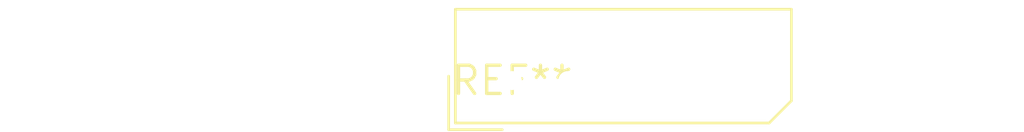
<source format=kicad_pcb>
(kicad_pcb (version 20240108) (generator pcbnew)
  (layers (0 "F.Cu" signal) (31 "B.Cu" signal) (34 "B.Paste" user) (35 "F.Paste" user) (36 "B.SilkS" user "B.Silkscreen") (37 "F.SilkS" user "F.Silkscreen") (38 "B.Mask" user) (39 "F.Mask" user) (44 "Edge.Cuts" user))
  (net 0 "")
  (footprint "Molex_SPOX_5267-05A_1x05_P2.50mm_Vertical" (layer "F.Cu") (at 0 0)
    (property "Reference" "REF**")
    (property "Value" "Molex_SPOX_5267-05A_1x05_P2.50mm_Vertical")
    (fp_line (start -2.86 -0.2) (end -2.86 2.21) (layer "F.SilkS") (stroke (width 0.12)))
    (fp_line (start -2.86 2.21) (end -0.45 2.21) (layer "F.SilkS") (stroke (width 0.12)))
    (fp_line (start -2.56 -3.21) (end -2.56 1.91) (layer "F.SilkS") (stroke (width 0.12)))
    (fp_line (start -2.56 1.91) (end 11.56 1.91) (layer "F.SilkS") (stroke (width 0.12)))
    (fp_line (start 11.56 1.91) (end 12.56 0.91) (layer "F.SilkS") (stroke (width 0.12)))
    (fp_line (start 12.56 -3.21) (end -2.56 -3.21) (layer "F.SilkS") (stroke (width 0.12)))
    (fp_line (start 12.56 0.91) (end 12.56 -3.21) (layer "F.SilkS") (stroke (width 0.12)))
    (pad "1" thru_hole roundrect (at 0 0) (size 1.7 1.85) (drill 0.85) (layers *.Cu *.Mask) (remove_unused_layers) (roundrect_rratio 0.147059))
    (pad "2" thru_hole oval (at 2.5 0) (size 1.7 1.85) (drill 0.85) (layers *.Cu *.Mask) (remove_unused_layers))
    (pad "3" thru_hole oval (at 5 0) (size 1.7 1.85) (drill 0.85) (layers *.Cu *.Mask) (remove_unused_layers))
    (pad "4" thru_hole oval (at 7.5 0) (size 1.7 1.85) (drill 0.85) (layers *.Cu *.Mask) (remove_unused_layers))
    (pad "5" thru_hole oval (at 10 0) (size 1.7 1.85) (drill 0.85) (layers *.Cu *.Mask) (remove_unused_layers))
  )
)
</source>
